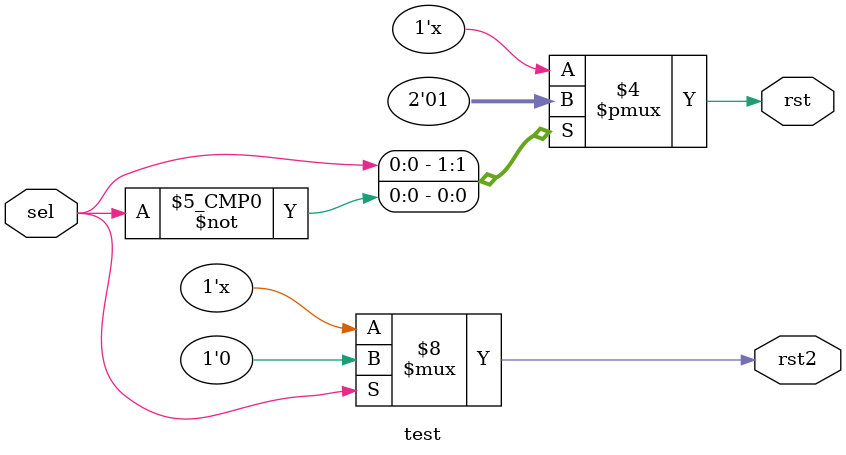
<source format=v>
`timescale 1ns / 1ps
`define ctrl {rst, rst2}
module test(
		input sel,
		output reg rst=0,
		output reg rst2=0
    );
	 
	 always @(*) begin
		case(sel)
			1 : begin
				rst = 1;
				`ctrl = 0;
			end
			0 : begin
				rst = 0;
				rst = 1;
			end
		endcase
	 end


endmodule

</source>
